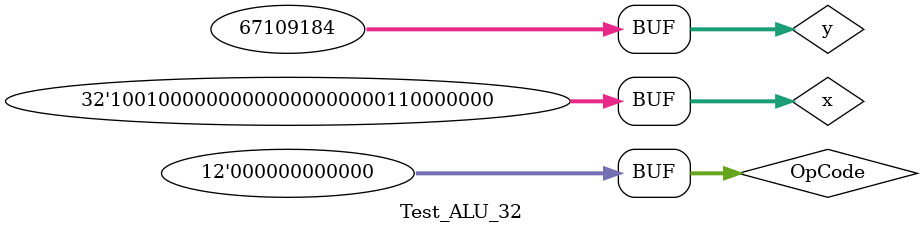
<source format=v>
`timescale 1ns / 1ps


module Test_ALU_32;


// Operation codes
parameter ADD = 0;//12'b000000000001;//0
parameter SUB = 1;//12'b000000000010;//1
parameter INX = 2;//12'b000000000100;//2
parameter DCX = 3;//12'b000000001000;//3

parameter CPX = 4;//12'b000000010000;//4
parameter SHL = 5;//12'b000000100000;//5
parameter SHR = 6;//12'b000001000000;//6
parameter SRA = 7;//12'b000010000000;//7

parameter AND = 8;//12'b000100000000;//8
parameter OR  = 9;//12'b001000000000;//9
parameter XOR =10;//12'b010000000000;//10
parameter NOT =11;//12'b100000000000;//11

// Flag codes
parameter ZF = 0;//2'b01 // Zero flag
parameter SF = 1;//2'b10 // Sign flag
parameter OF = 2;//2'b10 // Overflow flag
parameter CF = 3;//2'b10 // Carry flag

	// Inputs
	reg [31:0] x;
	reg [31:0] y;
	reg [11:0] OpCode;

	// Outputs
	wire [3:0] Flags;
	wire [31:0] z;

	// Instantiate the Unit Under Test (UUT)
	ALU_32 uut (
		.x(x), 
		.y(y), 
		.OpCode(OpCode), 
		.Flags(Flags), 
		.z(z)
	);

	initial begin
		OpCode = 0;
		
		// Initialize Inputs
		x = 32'b10010000000000000000000110000000;
		y = 32'b00000100000000000000000101000000;
		
		OpCode[ADD] = 1;#20;OpCode[ADD] = 0;#20;
		OpCode[SUB] = 1;#20;OpCode[SUB] = 0;#20;
		OpCode[INX] = 1;#20;OpCode[INX] = 0;#20;
		OpCode[DCX] = 1;#20;OpCode[DCX] = 0;#20;
		
		OpCode[CPX] = 1;#20;OpCode[CPX] = 0;#20;
		OpCode[SHL] = 1;#20;OpCode[SHL] = 0;#20;
		OpCode[SHR] = 1;#20;OpCode[SHR] = 0;#20;
		OpCode[SRA] = 1;#20;OpCode[SRA] = 0;#20;
		
		OpCode[AND] = 1;#20;OpCode[AND] = 0;#20;
		OpCode[OR] = 1;#20;OpCode[OR] = 0;#20;
		OpCode[XOR] = 1;#20;OpCode[XOR] = 0;#20;
		OpCode[NOT] = 1;#20;OpCode[NOT] = 0;#20;
		
		// Wait 100 ns for global reset to finish
		#100;
		
		// Add stimulus here

	end

      
endmodule


</source>
